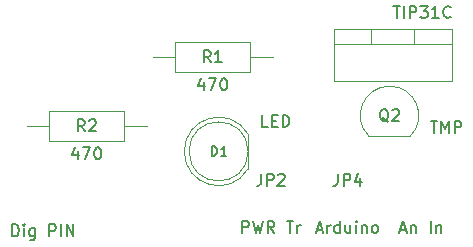
<source format=gbr>
G04 #@! TF.GenerationSoftware,KiCad,Pcbnew,(6.0.7)*
G04 #@! TF.CreationDate,2022-08-24T05:43:28-04:00*
G04 #@! TF.ProjectId,control temperatura,636f6e74-726f-46c2-9074-656d70657261,rev?*
G04 #@! TF.SameCoordinates,Original*
G04 #@! TF.FileFunction,AssemblyDrawing,Top*
%FSLAX46Y46*%
G04 Gerber Fmt 4.6, Leading zero omitted, Abs format (unit mm)*
G04 Created by KiCad (PCBNEW (6.0.7)) date 2022-08-24 05:43:28*
%MOMM*%
%LPD*%
G01*
G04 APERTURE LIST*
%ADD10C,0.150000*%
%ADD11C,0.200000*%
%ADD12C,0.100000*%
G04 APERTURE END LIST*
D10*
X142424761Y-73166666D02*
X142900952Y-73166666D01*
X142329523Y-73452380D02*
X142662857Y-72452380D01*
X142996190Y-73452380D01*
X143329523Y-73452380D02*
X143329523Y-72785714D01*
X143329523Y-72976190D02*
X143377142Y-72880952D01*
X143424761Y-72833333D01*
X143520000Y-72785714D01*
X143615238Y-72785714D01*
X144377142Y-73452380D02*
X144377142Y-72452380D01*
X144377142Y-73404761D02*
X144281904Y-73452380D01*
X144091428Y-73452380D01*
X143996190Y-73404761D01*
X143948571Y-73357142D01*
X143900952Y-73261904D01*
X143900952Y-72976190D01*
X143948571Y-72880952D01*
X143996190Y-72833333D01*
X144091428Y-72785714D01*
X144281904Y-72785714D01*
X144377142Y-72833333D01*
X145281904Y-72785714D02*
X145281904Y-73452380D01*
X144853333Y-72785714D02*
X144853333Y-73309523D01*
X144900952Y-73404761D01*
X144996190Y-73452380D01*
X145139047Y-73452380D01*
X145234285Y-73404761D01*
X145281904Y-73357142D01*
X145758095Y-73452380D02*
X145758095Y-72785714D01*
X145758095Y-72452380D02*
X145710476Y-72500000D01*
X145758095Y-72547619D01*
X145805714Y-72500000D01*
X145758095Y-72452380D01*
X145758095Y-72547619D01*
X146234285Y-72785714D02*
X146234285Y-73452380D01*
X146234285Y-72880952D02*
X146281904Y-72833333D01*
X146377142Y-72785714D01*
X146520000Y-72785714D01*
X146615238Y-72833333D01*
X146662857Y-72928571D01*
X146662857Y-73452380D01*
X147281904Y-73452380D02*
X147186666Y-73404761D01*
X147139047Y-73357142D01*
X147091428Y-73261904D01*
X147091428Y-72976190D01*
X147139047Y-72880952D01*
X147186666Y-72833333D01*
X147281904Y-72785714D01*
X147424761Y-72785714D01*
X147520000Y-72833333D01*
X147567619Y-72880952D01*
X147615238Y-72976190D01*
X147615238Y-73261904D01*
X147567619Y-73357142D01*
X147520000Y-73404761D01*
X147424761Y-73452380D01*
X147281904Y-73452380D01*
X144216666Y-68452380D02*
X144216666Y-69166666D01*
X144169047Y-69309523D01*
X144073809Y-69404761D01*
X143930952Y-69452380D01*
X143835714Y-69452380D01*
X144692857Y-69452380D02*
X144692857Y-68452380D01*
X145073809Y-68452380D01*
X145169047Y-68500000D01*
X145216666Y-68547619D01*
X145264285Y-68642857D01*
X145264285Y-68785714D01*
X145216666Y-68880952D01*
X145169047Y-68928571D01*
X145073809Y-68976190D01*
X144692857Y-68976190D01*
X146121428Y-68785714D02*
X146121428Y-69452380D01*
X145883333Y-68404761D02*
X145645238Y-69119047D01*
X146264285Y-69119047D01*
X136115238Y-73452380D02*
X136115238Y-72452380D01*
X136496190Y-72452380D01*
X136591428Y-72500000D01*
X136639047Y-72547619D01*
X136686666Y-72642857D01*
X136686666Y-72785714D01*
X136639047Y-72880952D01*
X136591428Y-72928571D01*
X136496190Y-72976190D01*
X136115238Y-72976190D01*
X137020000Y-72452380D02*
X137258095Y-73452380D01*
X137448571Y-72738095D01*
X137639047Y-73452380D01*
X137877142Y-72452380D01*
X138829523Y-73452380D02*
X138496190Y-72976190D01*
X138258095Y-73452380D02*
X138258095Y-72452380D01*
X138639047Y-72452380D01*
X138734285Y-72500000D01*
X138781904Y-72547619D01*
X138829523Y-72642857D01*
X138829523Y-72785714D01*
X138781904Y-72880952D01*
X138734285Y-72928571D01*
X138639047Y-72976190D01*
X138258095Y-72976190D01*
X139877142Y-72452380D02*
X140448571Y-72452380D01*
X140162857Y-73452380D02*
X140162857Y-72452380D01*
X140781904Y-73452380D02*
X140781904Y-72785714D01*
X140781904Y-72976190D02*
X140829523Y-72880952D01*
X140877142Y-72833333D01*
X140972380Y-72785714D01*
X141067619Y-72785714D01*
X137716666Y-68452380D02*
X137716666Y-69166666D01*
X137669047Y-69309523D01*
X137573809Y-69404761D01*
X137430952Y-69452380D01*
X137335714Y-69452380D01*
X138192857Y-69452380D02*
X138192857Y-68452380D01*
X138573809Y-68452380D01*
X138669047Y-68500000D01*
X138716666Y-68547619D01*
X138764285Y-68642857D01*
X138764285Y-68785714D01*
X138716666Y-68880952D01*
X138669047Y-68928571D01*
X138573809Y-68976190D01*
X138192857Y-68976190D01*
X139145238Y-68547619D02*
X139192857Y-68500000D01*
X139288095Y-68452380D01*
X139526190Y-68452380D01*
X139621428Y-68500000D01*
X139669047Y-68547619D01*
X139716666Y-68642857D01*
X139716666Y-68738095D01*
X139669047Y-68880952D01*
X139097619Y-69452380D01*
X139716666Y-69452380D01*
X122174095Y-66544714D02*
X122174095Y-67211380D01*
X121936000Y-66163761D02*
X121697904Y-66878047D01*
X122316952Y-66878047D01*
X122602666Y-66211380D02*
X123269333Y-66211380D01*
X122840761Y-67211380D01*
X123840761Y-66211380D02*
X123936000Y-66211380D01*
X124031238Y-66259000D01*
X124078857Y-66306619D01*
X124126476Y-66401857D01*
X124174095Y-66592333D01*
X124174095Y-66830428D01*
X124126476Y-67020904D01*
X124078857Y-67116142D01*
X124031238Y-67163761D01*
X123936000Y-67211380D01*
X123840761Y-67211380D01*
X123745523Y-67163761D01*
X123697904Y-67116142D01*
X123650285Y-67020904D01*
X123602666Y-66830428D01*
X123602666Y-66592333D01*
X123650285Y-66401857D01*
X123697904Y-66306619D01*
X123745523Y-66259000D01*
X123840761Y-66211380D01*
X122769333Y-64841380D02*
X122436000Y-64365190D01*
X122197904Y-64841380D02*
X122197904Y-63841380D01*
X122578857Y-63841380D01*
X122674095Y-63889000D01*
X122721714Y-63936619D01*
X122769333Y-64031857D01*
X122769333Y-64174714D01*
X122721714Y-64269952D01*
X122674095Y-64317571D01*
X122578857Y-64365190D01*
X122197904Y-64365190D01*
X123150285Y-63936619D02*
X123197904Y-63889000D01*
X123293142Y-63841380D01*
X123531238Y-63841380D01*
X123626476Y-63889000D01*
X123674095Y-63936619D01*
X123721714Y-64031857D01*
X123721714Y-64127095D01*
X123674095Y-64269952D01*
X123102666Y-64841380D01*
X123721714Y-64841380D01*
X152058857Y-63968380D02*
X152630285Y-63968380D01*
X152344571Y-64968380D02*
X152344571Y-63968380D01*
X152963619Y-64968380D02*
X152963619Y-63968380D01*
X153296952Y-64682666D01*
X153630285Y-63968380D01*
X153630285Y-64968380D01*
X154106476Y-64968380D02*
X154106476Y-63968380D01*
X154487428Y-63968380D01*
X154582666Y-64016000D01*
X154630285Y-64063619D01*
X154677904Y-64158857D01*
X154677904Y-64301714D01*
X154630285Y-64396952D01*
X154582666Y-64444571D01*
X154487428Y-64492190D01*
X154106476Y-64492190D01*
X148494761Y-64047619D02*
X148399523Y-64000000D01*
X148304285Y-63904761D01*
X148161428Y-63761904D01*
X148066190Y-63714285D01*
X147970952Y-63714285D01*
X148018571Y-63952380D02*
X147923333Y-63904761D01*
X147828095Y-63809523D01*
X147780476Y-63619047D01*
X147780476Y-63285714D01*
X147828095Y-63095238D01*
X147923333Y-63000000D01*
X148018571Y-62952380D01*
X148209047Y-62952380D01*
X148304285Y-63000000D01*
X148399523Y-63095238D01*
X148447142Y-63285714D01*
X148447142Y-63619047D01*
X148399523Y-63809523D01*
X148304285Y-63904761D01*
X148209047Y-63952380D01*
X148018571Y-63952380D01*
X148828095Y-63047619D02*
X148875714Y-63000000D01*
X148970952Y-62952380D01*
X149209047Y-62952380D01*
X149304285Y-63000000D01*
X149351904Y-63047619D01*
X149399523Y-63142857D01*
X149399523Y-63238095D01*
X149351904Y-63380952D01*
X148780476Y-63952380D01*
X149399523Y-63952380D01*
X149488095Y-73166666D02*
X149964285Y-73166666D01*
X149392857Y-73452380D02*
X149726190Y-72452380D01*
X150059523Y-73452380D01*
X150392857Y-72785714D02*
X150392857Y-73452380D01*
X150392857Y-72880952D02*
X150440476Y-72833333D01*
X150535714Y-72785714D01*
X150678571Y-72785714D01*
X150773809Y-72833333D01*
X150821428Y-72928571D01*
X150821428Y-73452380D01*
X152059523Y-73452380D02*
X152059523Y-72452380D01*
X152535714Y-72785714D02*
X152535714Y-73452380D01*
X152535714Y-72880952D02*
X152583333Y-72833333D01*
X152678571Y-72785714D01*
X152821428Y-72785714D01*
X152916666Y-72833333D01*
X152964285Y-72928571D01*
X152964285Y-73452380D01*
X138295142Y-64460380D02*
X137818952Y-64460380D01*
X137818952Y-63460380D01*
X138628476Y-63936571D02*
X138961809Y-63936571D01*
X139104666Y-64460380D02*
X138628476Y-64460380D01*
X138628476Y-63460380D01*
X139104666Y-63460380D01*
X139533238Y-64460380D02*
X139533238Y-63460380D01*
X139771333Y-63460380D01*
X139914190Y-63508000D01*
X140009428Y-63603238D01*
X140057047Y-63698476D01*
X140104666Y-63888952D01*
X140104666Y-64031809D01*
X140057047Y-64222285D01*
X140009428Y-64317523D01*
X139914190Y-64412761D01*
X139771333Y-64460380D01*
X139533238Y-64460380D01*
D11*
X133541523Y-66909904D02*
X133541523Y-66109904D01*
X133732000Y-66109904D01*
X133846285Y-66148000D01*
X133922476Y-66224190D01*
X133960571Y-66300380D01*
X133998666Y-66452761D01*
X133998666Y-66567047D01*
X133960571Y-66719428D01*
X133922476Y-66795619D01*
X133846285Y-66871809D01*
X133732000Y-66909904D01*
X133541523Y-66909904D01*
X134760571Y-66909904D02*
X134303428Y-66909904D01*
X134532000Y-66909904D02*
X134532000Y-66109904D01*
X134455809Y-66224190D01*
X134379619Y-66300380D01*
X134303428Y-66338476D01*
D10*
X116637761Y-73731380D02*
X116637761Y-72731380D01*
X116875857Y-72731380D01*
X117018714Y-72779000D01*
X117113952Y-72874238D01*
X117161571Y-72969476D01*
X117209190Y-73159952D01*
X117209190Y-73302809D01*
X117161571Y-73493285D01*
X117113952Y-73588523D01*
X117018714Y-73683761D01*
X116875857Y-73731380D01*
X116637761Y-73731380D01*
X117637761Y-73731380D02*
X117637761Y-73064714D01*
X117637761Y-72731380D02*
X117590142Y-72779000D01*
X117637761Y-72826619D01*
X117685380Y-72779000D01*
X117637761Y-72731380D01*
X117637761Y-72826619D01*
X118542523Y-73064714D02*
X118542523Y-73874238D01*
X118494904Y-73969476D01*
X118447285Y-74017095D01*
X118352047Y-74064714D01*
X118209190Y-74064714D01*
X118113952Y-74017095D01*
X118542523Y-73683761D02*
X118447285Y-73731380D01*
X118256809Y-73731380D01*
X118161571Y-73683761D01*
X118113952Y-73636142D01*
X118066333Y-73540904D01*
X118066333Y-73255190D01*
X118113952Y-73159952D01*
X118161571Y-73112333D01*
X118256809Y-73064714D01*
X118447285Y-73064714D01*
X118542523Y-73112333D01*
X119780619Y-73731380D02*
X119780619Y-72731380D01*
X120161571Y-72731380D01*
X120256809Y-72779000D01*
X120304428Y-72826619D01*
X120352047Y-72921857D01*
X120352047Y-73064714D01*
X120304428Y-73159952D01*
X120256809Y-73207571D01*
X120161571Y-73255190D01*
X119780619Y-73255190D01*
X120780619Y-73731380D02*
X120780619Y-72731380D01*
X121256809Y-73731380D02*
X121256809Y-72731380D01*
X121828238Y-73731380D01*
X121828238Y-72731380D01*
X148907809Y-54245380D02*
X149479238Y-54245380D01*
X149193523Y-55245380D02*
X149193523Y-54245380D01*
X149812571Y-55245380D02*
X149812571Y-54245380D01*
X150288761Y-55245380D02*
X150288761Y-54245380D01*
X150669714Y-54245380D01*
X150764952Y-54293000D01*
X150812571Y-54340619D01*
X150860190Y-54435857D01*
X150860190Y-54578714D01*
X150812571Y-54673952D01*
X150764952Y-54721571D01*
X150669714Y-54769190D01*
X150288761Y-54769190D01*
X151193523Y-54245380D02*
X151812571Y-54245380D01*
X151479238Y-54626333D01*
X151622095Y-54626333D01*
X151717333Y-54673952D01*
X151764952Y-54721571D01*
X151812571Y-54816809D01*
X151812571Y-55054904D01*
X151764952Y-55150142D01*
X151717333Y-55197761D01*
X151622095Y-55245380D01*
X151336380Y-55245380D01*
X151241142Y-55197761D01*
X151193523Y-55150142D01*
X152764952Y-55245380D02*
X152193523Y-55245380D01*
X152479238Y-55245380D02*
X152479238Y-54245380D01*
X152384000Y-54388238D01*
X152288761Y-54483476D01*
X152193523Y-54531095D01*
X153764952Y-55150142D02*
X153717333Y-55197761D01*
X153574476Y-55245380D01*
X153479238Y-55245380D01*
X153336380Y-55197761D01*
X153241142Y-55102523D01*
X153193523Y-55007285D01*
X153145904Y-54816809D01*
X153145904Y-54673952D01*
X153193523Y-54483476D01*
X153241142Y-54388238D01*
X153336380Y-54293000D01*
X153479238Y-54245380D01*
X153574476Y-54245380D01*
X153717333Y-54293000D01*
X153764952Y-54340619D01*
X132842095Y-60702714D02*
X132842095Y-61369380D01*
X132604000Y-60321761D02*
X132365904Y-61036047D01*
X132984952Y-61036047D01*
X133270666Y-60369380D02*
X133937333Y-60369380D01*
X133508761Y-61369380D01*
X134508761Y-60369380D02*
X134604000Y-60369380D01*
X134699238Y-60417000D01*
X134746857Y-60464619D01*
X134794476Y-60559857D01*
X134842095Y-60750333D01*
X134842095Y-60988428D01*
X134794476Y-61178904D01*
X134746857Y-61274142D01*
X134699238Y-61321761D01*
X134604000Y-61369380D01*
X134508761Y-61369380D01*
X134413523Y-61321761D01*
X134365904Y-61274142D01*
X134318285Y-61178904D01*
X134270666Y-60988428D01*
X134270666Y-60750333D01*
X134318285Y-60559857D01*
X134365904Y-60464619D01*
X134413523Y-60417000D01*
X134508761Y-60369380D01*
X133437333Y-58999380D02*
X133104000Y-58523190D01*
X132865904Y-58999380D02*
X132865904Y-57999380D01*
X133246857Y-57999380D01*
X133342095Y-58047000D01*
X133389714Y-58094619D01*
X133437333Y-58189857D01*
X133437333Y-58332714D01*
X133389714Y-58427952D01*
X133342095Y-58475571D01*
X133246857Y-58523190D01*
X132865904Y-58523190D01*
X134389714Y-58999380D02*
X133818285Y-58999380D01*
X134104000Y-58999380D02*
X134104000Y-57999380D01*
X134008761Y-58142238D01*
X133913523Y-58237476D01*
X133818285Y-58285095D01*
D12*
X126086000Y-65639000D02*
X126086000Y-63139000D01*
X128016000Y-64389000D02*
X126086000Y-64389000D01*
X117856000Y-64389000D02*
X119786000Y-64389000D01*
X119786000Y-65639000D02*
X126086000Y-65639000D01*
X119786000Y-63139000D02*
X119786000Y-65639000D01*
X126086000Y-63139000D02*
X119786000Y-63139000D01*
X146820000Y-65250000D02*
X150320000Y-65250000D01*
X150343625Y-65253625D02*
G75*
G03*
X148590000Y-61020000I-1753625J1753625D01*
G01*
X148590000Y-61020000D02*
G75*
G03*
X146836375Y-65253625I0J-2480000D01*
G01*
X136612000Y-68017694D02*
X136612000Y-65078306D01*
X136612016Y-65078334D02*
G75*
G03*
X136612000Y-68017694I-2500016J-1469666D01*
G01*
X136612000Y-66548000D02*
G75*
G03*
X136612000Y-66548000I-2500000J0D01*
G01*
X143844000Y-57485000D02*
X153844000Y-57485000D01*
X150694000Y-56215000D02*
X150694000Y-57485000D01*
X146994000Y-56215000D02*
X146994000Y-57485000D01*
X143844000Y-60615000D02*
X153844000Y-60615000D01*
X153844000Y-60615000D02*
X153844000Y-56215000D01*
X143844000Y-56215000D02*
X143844000Y-60615000D01*
X153844000Y-56215000D02*
X143844000Y-56215000D01*
X130454000Y-57297000D02*
X130454000Y-59797000D01*
X138684000Y-58547000D02*
X136754000Y-58547000D01*
X136754000Y-59797000D02*
X136754000Y-57297000D01*
X130454000Y-59797000D02*
X136754000Y-59797000D01*
X128524000Y-58547000D02*
X130454000Y-58547000D01*
X136754000Y-57297000D02*
X130454000Y-57297000D01*
M02*

</source>
